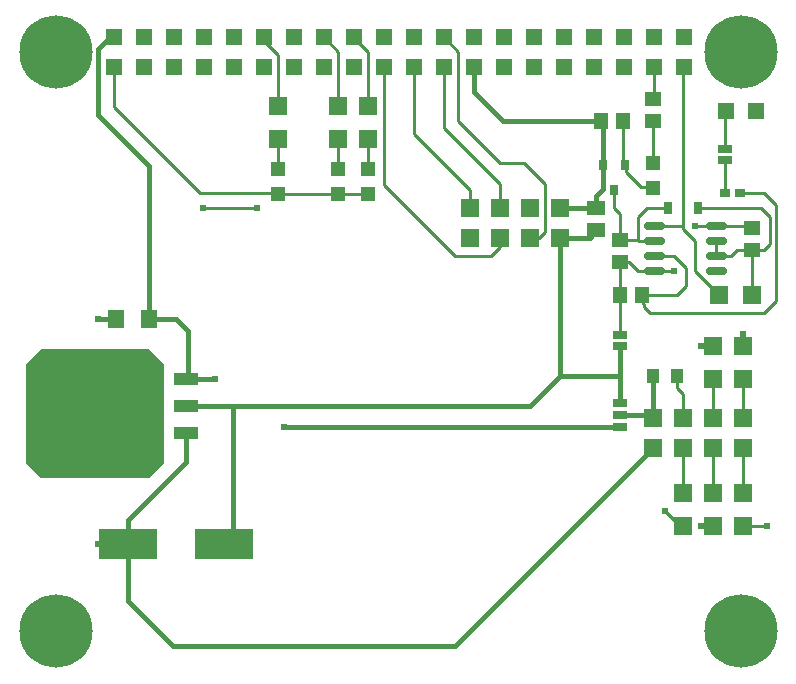
<source format=gtl>
G04 ---------------------------- Layer name :TOP LAYER*
G04 EasyEDA v5.8.20, Fri, 02 Nov 2018 18:29:30 GMT*
G04 36527c8444ce4c4c8eb284ebc49f3122*
G04 Gerber Generator version 0.2*
G04 Scale: 100 percent, Rotated: No, Reflected: No *
G04 Dimensions in millimeters *
G04 leading zeros omitted , absolute positions ,3 integer and 3 decimal *
%FSLAX33Y33*%
%MOMM*%
G90*
G71D02*

%ADD10C,0.254000*%
%ADD11C,0.249999*%
%ADD12C,0.449999*%
%ADD13C,0.700001*%
%ADD14C,0.619760*%
%ADD15R,1.198880X1.198880*%
%ADD16R,1.399540X1.300480*%
%ADD17R,0.799998X0.999998*%
%ADD18R,1.600200X1.600200*%
%ADD19R,0.800100X0.899160*%
%ADD20R,1.300480X1.399540*%
%ADD21R,0.899160X0.800100*%
%ADD22R,2.159000X3.505200*%
%ADD23R,2.159000X1.092200*%
%ADD24R,1.270000X0.635000*%
%ADD25R,1.399540X1.600200*%
%ADD26R,1.501140X1.300480*%
%ADD27R,4.999990X2.599995*%
%ADD28R,0.999998X1.249997*%
%ADD29R,1.199896X0.799998*%
%ADD30R,1.501140X1.501140*%
%ADD31R,1.499997X1.499997*%
%ADD32C,6.200140*%
%ADD33R,1.414780X1.414780*%

%LPD*%
G54D10*
G01X36372Y53822D02*
G01X37592Y52578D01*
G01X37592Y46736D01*
G01X41148Y43180D01*
G01X43180Y43180D01*
G01X44958Y41402D01*
G01X44958Y37338D01*
G01X44450Y36830D01*
G01X43688Y36830D01*
G54D11*
G01X56103Y25146D02*
G01X56103Y24160D01*
G01X56134Y24130D01*
G01X56642Y23622D01*
G01X56642Y21590D01*
G01X54234Y35306D02*
G01X55880Y35306D01*
G01X56896Y34290D01*
G01X56896Y32766D01*
G01X56134Y32004D01*
G01X53207Y32004D01*
G54D10*
G01X21132Y53822D02*
G01X21132Y53543D01*
G01X22352Y52324D01*
G01X22352Y48011D01*
G01X26212Y53822D02*
G01X27432Y52578D01*
G01X27432Y48011D01*
G01X28752Y53822D02*
G01X28752Y53797D01*
G01X29972Y52578D01*
G01X29972Y48011D01*
G01X29972Y45212D02*
G01X29972Y42672D01*
G01X27432Y45212D02*
G01X27432Y42672D01*
G01X22352Y45212D02*
G01X22352Y42672D01*
G01X29972Y40589D02*
G01X27432Y40589D01*
G54D11*
G01X27432Y40589D02*
G01X22352Y40589D01*
G01X8432Y51282D02*
G01X8432Y47955D01*
G01X15748Y40640D01*
G01X22354Y40640D01*
G01X22352Y40589D01*
G01X59436Y35306D02*
G01X60706Y35306D01*
G01X61214Y35814D01*
G01X62484Y35814D01*
G01X62484Y35814D02*
G01X63500Y35814D01*
G01X64008Y36322D01*
G01X64008Y38615D01*
G01X63246Y39370D01*
G01X57912Y39370D01*
G01X54102Y46736D02*
G01X54102Y43180D01*
G01X59436Y36576D02*
G01X59436Y35306D01*
G01X56642Y37846D02*
G01X56642Y37592D01*
G01X57658Y36576D01*
G01X57658Y34036D01*
G01X59690Y32004D01*
G01X51308Y32004D02*
G01X51308Y34798D01*
G01X54234Y34036D02*
G01X55880Y34036D01*
G01X57658Y37846D02*
G01X59436Y37846D01*
G01X50800Y40894D02*
G01X50800Y39370D01*
G01X51308Y38862D01*
G01X51308Y36697D01*
G01X54234Y34036D02*
G01X52832Y34036D01*
G01X52070Y34798D01*
G01X51308Y34798D01*
G01X59436Y37846D02*
G01X62351Y37846D01*
G01X62484Y37713D01*
G01X54234Y36576D02*
G01X51308Y36697D01*
G01X51739Y42976D02*
G01X51816Y42418D01*
G01X53086Y41148D01*
G01X54102Y41097D01*
G01X54152Y51282D02*
G01X54152Y48686D01*
G01X54102Y48635D01*
G01X54234Y37846D02*
G01X56642Y37846D01*
G01X56642Y39116D01*
G01X56642Y51333D01*
G54D12*
G01X38912Y51282D02*
G01X38912Y49225D01*
G01X41402Y46736D01*
G01X49662Y46736D01*
G54D11*
G01X61468Y40640D02*
G01X63500Y40640D01*
G01X64516Y39624D01*
G01X64516Y31496D01*
G01X63500Y30480D01*
G01X53848Y30480D01*
G01X53340Y30988D01*
G01X53207Y32004D01*
G01X62489Y32004D02*
G01X62484Y35814D01*
G01X55372Y39370D02*
G01X53594Y39370D01*
G01X52832Y38608D01*
G01X52832Y36626D01*
G01X60198Y43434D02*
G01X60198Y40863D01*
G01X60167Y40640D01*
G01X60198Y47498D02*
G01X60198Y44348D01*
G54D12*
G01X8432Y53822D02*
G01X8102Y53822D01*
G01X7112Y52832D01*
G01X7112Y47244D01*
G01X11430Y42926D01*
G01X11430Y29972D01*
G01X14579Y22606D02*
G01X18288Y22606D01*
G01X18542Y10922D02*
G01X18542Y22606D01*
G01X11430Y29972D02*
G01X12954Y29972D01*
G01X13716Y29972D01*
G01X14732Y28956D01*
G01X14732Y25069D01*
G01X14579Y24917D01*
G54D11*
G01X51308Y32004D02*
G01X51308Y28600D01*
G54D12*
G01X7112Y29972D02*
G01X8636Y29972D01*
G01X46228Y36830D02*
G01X46228Y25146D01*
G01X46228Y39370D02*
G01X49276Y39370D01*
G01X46228Y36830D02*
G01X47752Y36830D01*
G01X48768Y36830D01*
G01X49276Y37490D01*
G01X9682Y10922D02*
G01X9652Y6096D01*
G01X13495Y2286D01*
G01X37338Y2286D01*
G01X54102Y19050D01*
G54D11*
G01X36372Y51282D02*
G01X36372Y46177D01*
G01X41148Y41402D01*
G01X41148Y39370D01*
G01X33832Y51282D02*
G01X33832Y45669D01*
G01X38608Y40894D01*
G01X38608Y39370D01*
G01X31292Y51282D02*
G01X31292Y41351D01*
G01X37338Y35306D01*
G01X40386Y35306D01*
G01X41148Y36068D01*
G01X41148Y36830D01*
G01X51562Y46736D02*
G01X51562Y43154D01*
G01X51739Y42976D01*
G54D12*
G01X49860Y42976D02*
G01X49860Y46537D01*
G01X49662Y46736D01*
G54D11*
G01X56642Y19050D02*
G01X56642Y15245D01*
G01X59182Y19050D02*
G01X59182Y15245D01*
G01X61722Y19050D02*
G01X61722Y15245D01*
G01X61722Y21590D02*
G01X61722Y24892D01*
G01X59182Y21590D02*
G01X59182Y24892D01*
G01X61722Y12446D02*
G01X63754Y12446D01*
G01X58166Y12446D02*
G01X59182Y12446D01*
G01X56642Y12446D02*
G01X56388Y12446D01*
G01X55118Y13716D01*
G01X61722Y28702D02*
G01X61722Y27691D01*
G01X58166Y27686D02*
G01X59176Y27686D01*
G01X59182Y27691D01*
G54D12*
G01X51308Y25146D02*
G01X46228Y25146D01*
G01X43688Y22606D01*
G01X18542Y22606D01*
G01X51308Y27686D02*
G01X51308Y25146D01*
G01X51308Y25146D02*
G01X51308Y22860D01*
G01X14579Y24917D02*
G01X16992Y24917D01*
G01X17018Y24892D01*
G01X22860Y20828D02*
G01X51300Y20828D01*
G01X51308Y20820D01*
G01X51308Y21844D02*
G01X53848Y21844D01*
G01X54102Y21590D01*
G01X54102Y25146D02*
G01X54102Y21590D01*
G01X7112Y10922D02*
G01X9682Y10922D01*
G01X14579Y20294D02*
G01X14579Y17881D01*
G01X9652Y12954D01*
G01X9682Y10922D01*
G01X9682Y10922D01*
G01X49860Y42976D02*
G01X49860Y40970D01*
G01X49276Y40386D01*
G01X49276Y39370D01*
G54D11*
G01X20574Y39370D02*
G01X20066Y39370D01*
G01X16002Y39370D01*
G54D13*
G01X58886Y34036D02*
G01X59986Y34036D01*
G01X58886Y35306D02*
G01X59986Y35306D01*
G01X58886Y36576D02*
G01X59986Y36576D01*
G01X58886Y37846D02*
G01X59986Y37846D01*
G01X53684Y34036D02*
G01X54784Y34036D01*
G01X53684Y35306D02*
G01X54784Y35306D01*
G01X53684Y36576D02*
G01X54784Y36576D01*
G01X53684Y37846D02*
G01X54784Y37846D01*
G54D15*
G01X29972Y42672D03*
G01X29972Y40589D03*
G01X27432Y42672D03*
G01X27432Y40589D03*
G01X22352Y42672D03*
G01X22352Y40589D03*
G54D16*
G01X62484Y35814D03*
G01X62484Y37713D03*
G54D17*
G01X55372Y39369D03*
G01X57912Y39369D03*
G54D18*
G01X59690Y32004D03*
G01X62489Y32004D03*
G54D19*
G01X50800Y40894D03*
G01X49860Y42976D03*
G01X51739Y42976D03*
G54D20*
G01X51562Y46736D03*
G01X49662Y46736D03*
G54D16*
G01X54102Y46736D03*
G01X54102Y48635D03*
G54D15*
G01X54102Y43180D03*
G01X54102Y41097D03*
G54D16*
G01X51308Y34798D03*
G01X51308Y36697D03*
G54D20*
G01X51308Y32004D03*
G01X53207Y32004D03*
G54D21*
G01X61468Y40640D03*
G01X60167Y40640D03*
G54D22*
G01X8382Y22606D03*
G54D23*
G01X14579Y24917D03*
G01X14579Y22606D03*
G01X14579Y20294D03*
G54D24*
G01X60198Y43434D03*
G01X60198Y44348D03*
G54D25*
G01X8636Y29972D03*
G01X11430Y29972D03*
G54D26*
G01X49276Y39370D03*
G01X49276Y37490D03*
G54D24*
G01X51308Y27686D03*
G01X51308Y28600D03*
G54D27*
G01X17781Y10922D03*
G01X9681Y10922D03*
G54D18*
G01X29972Y45212D03*
G01X29972Y48011D03*
G01X27432Y45212D03*
G01X27432Y48011D03*
G01X22352Y45212D03*
G01X22352Y48011D03*
G01X56642Y12446D03*
G01X56642Y15245D03*
G01X59182Y12446D03*
G01X59182Y15245D03*
G01X61722Y12446D03*
G01X61722Y15245D03*
G01X59182Y24892D03*
G01X59182Y27691D03*
G01X61722Y24892D03*
G01X61722Y27691D03*
G54D28*
G01X54103Y25146D03*
G01X56103Y25146D03*
G54D29*
G01X51308Y22860D03*
G01X51308Y21844D03*
G01X51308Y20819D03*

%LPD*%
G36*
G01X2286Y27432D02*
G01X11430Y27432D01*
G01X12700Y26162D01*
G01X12700Y17780D01*
G01X11430Y16510D01*
G01X2286Y16510D01*
G01X1016Y17780D01*
G01X1016Y26162D01*
G01X2286Y27432D01*
G37*
G54D30*
G01X46228Y39370D03*
G01X46228Y36830D03*
G01X43688Y39370D03*
G01X43688Y36830D03*
G01X41148Y39370D03*
G01X41148Y36830D03*
G01X38608Y39370D03*
G01X38608Y36830D03*
G54D31*
G01X54102Y19050D03*
G01X56642Y19050D03*
G01X59182Y19050D03*
G01X61722Y19050D03*
G01X61722Y21590D03*
G01X59182Y21590D03*
G01X56642Y21590D03*
G01X54102Y21590D03*
G54D32*
G01X3556Y3556D03*
G01X61544Y3556D03*
G01X61544Y52552D03*
G01X3556Y52552D03*
G54D33*
G01X8432Y51282D03*
G01X10972Y51282D03*
G01X13512Y51282D03*
G01X16052Y51282D03*
G01X18592Y51282D03*
G01X21132Y51282D03*
G01X8432Y53822D03*
G01X10972Y53822D03*
G01X13512Y53822D03*
G01X16052Y53822D03*
G01X18592Y53822D03*
G01X21132Y53822D03*
G01X23672Y51282D03*
G01X23672Y53822D03*
G01X26212Y51282D03*
G01X28752Y51282D03*
G01X31292Y51282D03*
G01X33832Y51282D03*
G01X36372Y51282D03*
G01X38912Y51282D03*
G01X26212Y53822D03*
G01X28752Y53822D03*
G01X31292Y53822D03*
G01X33832Y53822D03*
G01X36372Y53822D03*
G01X38912Y53822D03*
G01X41452Y51282D03*
G01X41452Y53822D03*
G01X43992Y51282D03*
G01X46532Y51282D03*
G01X49072Y51282D03*
G01X51612Y51282D03*
G01X54152Y51282D03*
G01X56692Y51282D03*
G01X43992Y53822D03*
G01X46532Y53822D03*
G01X49072Y53822D03*
G01X51612Y53822D03*
G01X54152Y53822D03*
G01X56692Y53822D03*
G01X60270Y47608D03*
G01X62810Y47607D03*
G54D14*
G01X55880Y34036D03*
G01X57658Y37846D03*
G01X7112Y29972D03*
G01X58166Y12446D03*
G01X55118Y13716D03*
G01X63754Y12446D03*
G01X61722Y28702D03*
G01X58166Y27686D03*
G01X17018Y24892D03*
G01X22860Y20828D03*
G01X7112Y10922D03*
G01X20574Y39370D03*
G01X16002Y39370D03*
M00*
M02*

</source>
